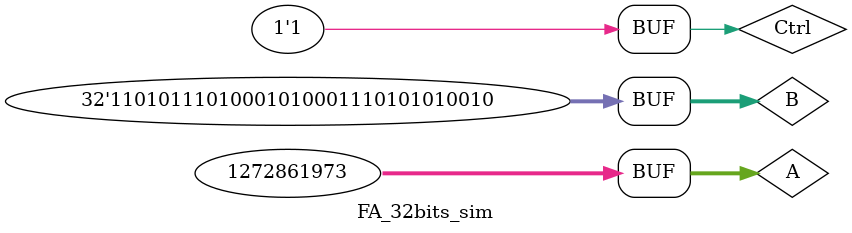
<source format=v>
`timescale 1ns / 1ps


module FA_32bits_sim;

	// Inputs
	reg Ctrl;
	reg [31:0] A;
	reg [31:0] B;

	// Outputs
	wire [31:0] s;
	wire OF;
	wire CF;
	wire ZF;
	wire SF;
	wire PF;

	// Instantiate the Unit Under Test (UUT)
	FA_32bits uut (
		.Ctrl(Ctrl), 
		.A(A), 
		.B(B), 
		.s(s), 
		.OF(OF), 
		.CF(CF), 
		.ZF(ZF), 
		.SF(SF), 
		.PF(PF)
	);

	initial begin
		// Initialize Inputs
		Ctrl = 0;
		A = 32'b01001011110111100101010100010101;
		B = 32'b11010111010001010001110101010010;

		// Wait 100 ns for global reset to finish
		#100;
		Ctrl=1;
        
		// Add stimulus here

	end
      
endmodule


</source>
